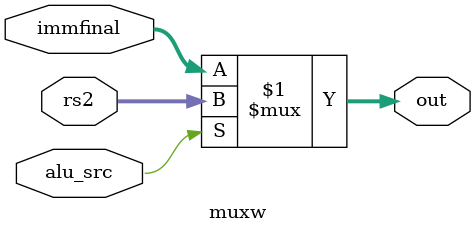
<source format=sv>
module muxw(rs2, immfinal, alu_src, out);
    input logic [31:0] rs2;
    input logic [31:0] immfinal;
    input logic alu_src;  // changed to single-bit control
    output logic [31:0] out;

    assign out = alu_src ? rs2 : immfinal;
endmodule

</source>
